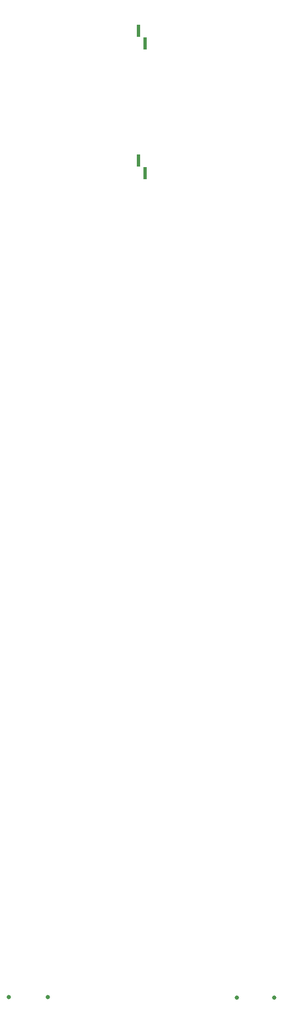
<source format=gbr>
%TF.GenerationSoftware,KiCad,Pcbnew,9.0.0*%
%TF.CreationDate,2025-04-03T19:14:32+05:30*%
%TF.ProjectId,12i(overall),31326928-6f76-4657-9261-6c6c292e6b69,rev?*%
%TF.SameCoordinates,Original*%
%TF.FileFunction,Soldermask,Bot*%
%TF.FilePolarity,Negative*%
%FSLAX46Y46*%
G04 Gerber Fmt 4.6, Leading zero omitted, Abs format (unit mm)*
G04 Created by KiCad (PCBNEW 9.0.0) date 2025-04-03 19:14:32*
%MOMM*%
%LPD*%
G01*
G04 APERTURE LIST*
%ADD10C,0.650000*%
%ADD11R,0.500000X1.950000*%
G04 APERTURE END LIST*
D10*
%TO.C,J1*%
X429500000Y-325887500D03*
X435500000Y-325887500D03*
%TD*%
%TO.C,J2*%
X464610000Y-325937500D03*
X470390000Y-325937500D03*
%TD*%
D11*
%TO.C,J6*%
X449500000Y-177025000D03*
X450500000Y-178975000D03*
%TD*%
%TO.C,J5*%
X449500000Y-197025000D03*
X450500000Y-198975000D03*
%TD*%
M02*

</source>
